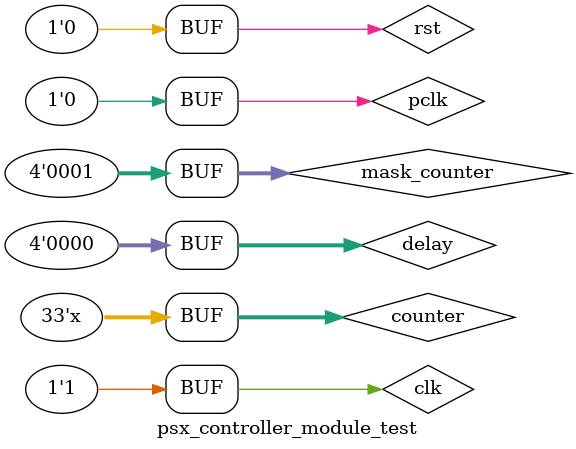
<source format=v>



module psx_controller_module_test;

reg clk,rst;
wire c_clk,READY,gen,CMD;
reg [32:0] counter =0; 
reg ack =1;
reg [3:0] mask_counter = 1;
reg[3:0] delay = 0;
wire err_f;
wire [1:0] Controller;
reg DATA = 0,vsync;
reg [32:0] c_count = 0;
reg cbit = 0;
 
 wire [7:0] Byte1,Byte2;
 wire [3:0] Add1,Add2;
 wire Read,rd1,rd2;
 
 reg pclk =0;

psx_controller_module myPsx
(
    .vsync(vsync),
    .clk(clk),
    .rst(rst),
    .DATA(DATA),
    .CMD(CMD),
    .Controller(Controller),
    .c_clk(c_clk),
    .err_f(err_f),
    .ack(ack),
    .ByteAddress1(Add1),
    .ByteAddress2(Add2),
    .ControllerByte1(Byte1),
    .ControllerByte2(Byte2),
    .DataReady(Read),
    .read_burst(rd1&&rd2)
);

Controller_status_decode myDecoder
(
    .pclk(pclk),
    .contByte(Byte1),
    .address(Add1),
    .ready(rd1),
    .Read(Read)

);

Controller_status_decode myDecoder2
(
    .pclk(pclk),
    .contByte(Byte2),
    .address(Add2),
    .ready(rd2),
    .Read(Read)

);






    initial
        begin
            rst  =  1;
            #8;
            rst = 0;
        end   


  always
  begin
    
    clk = 1'b0;
    #5;
    clk = 1'b1;
    #5;
    counter  = counter + 1;
    
  end
  
  
  always 
    begin
        pclk = 1;
        #1;
        pclk =0;
        #1;
    end

always @(negedge c_clk)
    begin
        DATA = cbit;
        cbit = !cbit;
    end
    
always @(posedge c_clk)
    begin
        c_count = c_count+1;
        if (c_count == 9)
            begin
                c_count = 1;
                #20; 
                ack = 0;
                #20 ack = 1;
            end
    end 

always @*
    if (counter == 3)
        vsync = 1;
    else if (counter == 4 ) 
        vsync = 0;
        
endmodule
</source>
